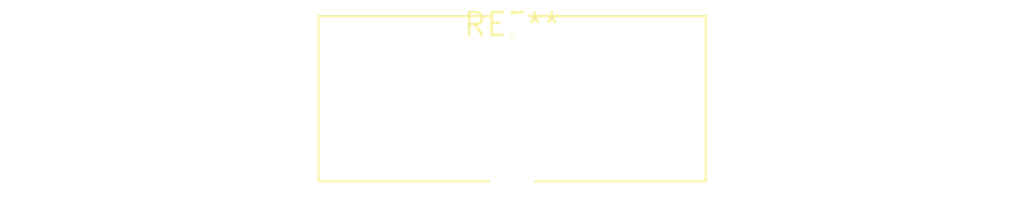
<source format=kicad_pcb>
(kicad_pcb (version 20240108) (generator pcbnew)
  (layers (0 "F.Cu" signal) (31 "B.Cu" signal) (34 "B.Paste" user) (35 "F.Paste" user) (36 "B.SilkS" user "B.Silkscreen") (37 "F.SilkS" user "F.Silkscreen") (38 "B.Mask" user) (39 "F.Mask" user) (44 "Edge.Cuts" user))
  (net 0 "")
  (footprint "L_Toroid_Vertical_L21.6mm_W9.1mm_P8.40mm_Bourns_5700" (layer "F.Cu") (at 0 0)
    (property "Reference" "REF**")
    (property "Value" "L_Toroid_Vertical_L21.6mm_W9.1mm_P8.40mm_Bourns_5700")
    (fp_line (start -10.92 -0.47) (end -10.92 8.87) (layer "F.SilkS") (stroke (width 0.12)))
    (fp_line (start -10.92 -0.47) (end -1.288 -0.47) (layer "F.SilkS") (stroke (width 0.12)))
    (fp_line (start -10.92 8.87) (end -1.288 8.87) (layer "F.SilkS") (stroke (width 0.12)))
    (fp_line (start 1.288 -0.47) (end 10.92 -0.47) (layer "F.SilkS") (stroke (width 0.12)))
    (fp_line (start 1.288 8.87) (end 10.92 8.87) (layer "F.SilkS") (stroke (width 0.12)))
    (fp_line (start 10.92 -0.47) (end 10.92 8.87) (layer "F.SilkS") (stroke (width 0.12)))
    (pad "1" thru_hole circle (at 0 0) (size 2.2 2.2) (drill 1.1) (layers *.Cu *.Mask) (remove_unused_layers))
    (pad "2" thru_hole circle (at 0 8.4) (size 2.2 2.2) (drill 1.1) (layers *.Cu *.Mask) (remove_unused_layers))
  )
)
</source>
